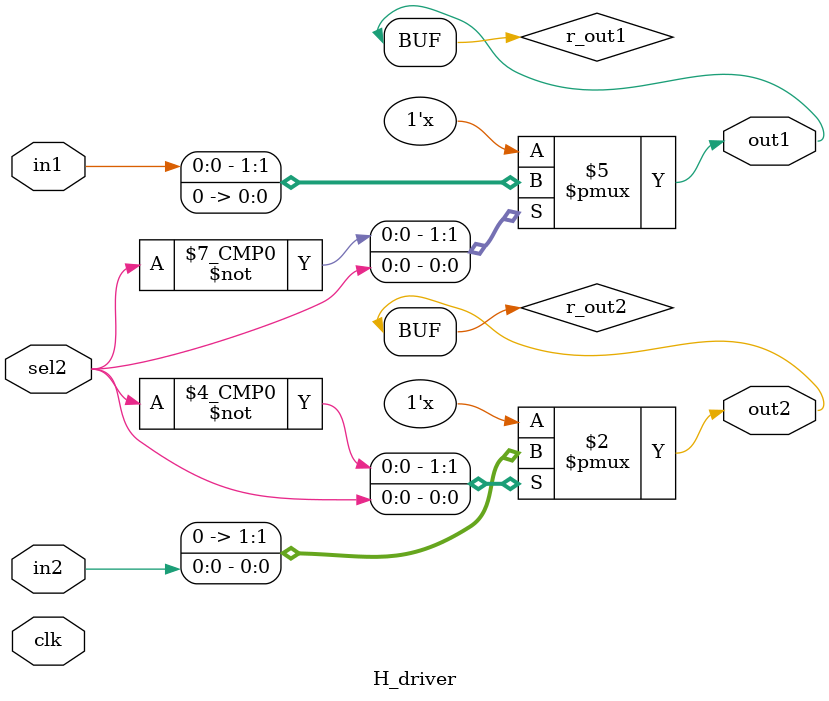
<source format=v>
module H_driver(
	input clk,
	input sel2,
	input in1,
	input in2,
	output out1,
	output out2
	);
	
	reg r_out1, r_out2;
	
	always @ (*) 
		begin
			case(sel2)
				0 : r_out1 <= in1; 
                1 : r_out1 <= 0;
            endcase
           	case(sel2)
				0 : r_out2 <= 0;
				1 : r_out2 <= in2;
			endcase
		end
	assign out1 = r_out1;
	assign out2 = r_out2;
	
endmodule 
</source>
